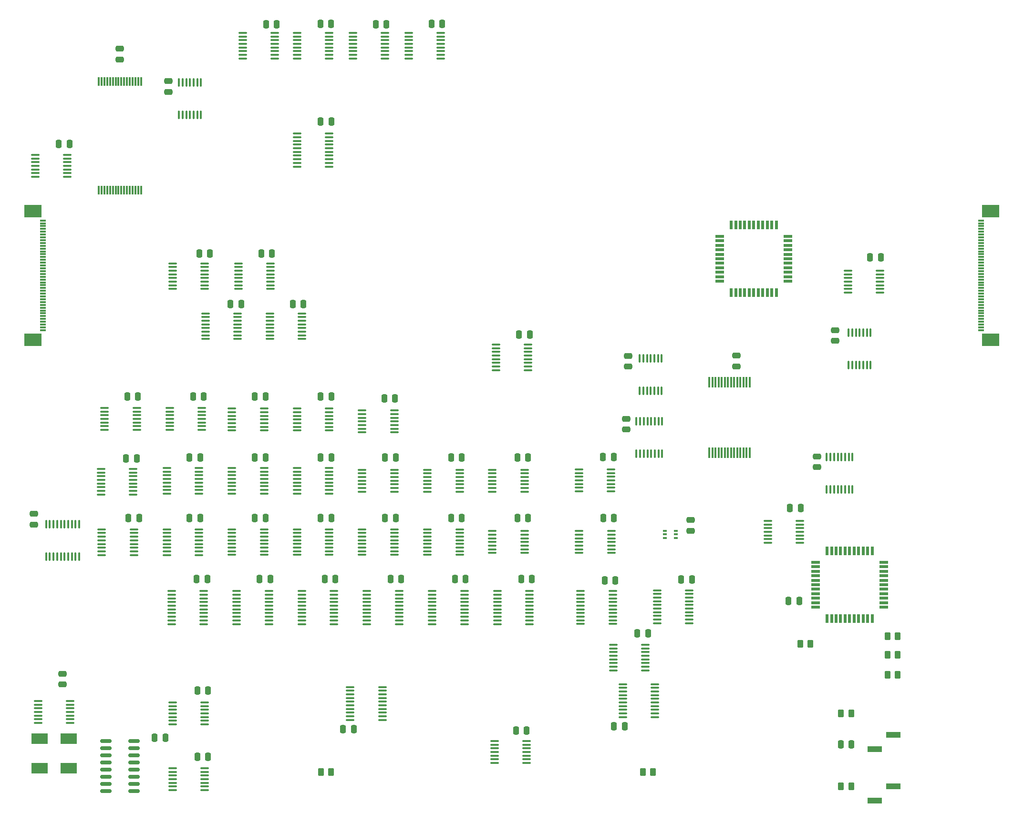
<source format=gbr>
%TF.GenerationSoftware,KiCad,Pcbnew,7.0.5*%
%TF.CreationDate,2023-08-21T23:54:45-04:00*%
%TF.ProjectId,LogicBoard_smt,4c6f6769-6342-46f6-9172-645f736d742e,rev?*%
%TF.SameCoordinates,Original*%
%TF.FileFunction,Paste,Top*%
%TF.FilePolarity,Positive*%
%FSLAX46Y46*%
G04 Gerber Fmt 4.6, Leading zero omitted, Abs format (unit mm)*
G04 Created by KiCad (PCBNEW 7.0.5) date 2023-08-21 23:54:45*
%MOMM*%
%LPD*%
G01*
G04 APERTURE LIST*
G04 Aperture macros list*
%AMRoundRect*
0 Rectangle with rounded corners*
0 $1 Rounding radius*
0 $2 $3 $4 $5 $6 $7 $8 $9 X,Y pos of 4 corners*
0 Add a 4 corners polygon primitive as box body*
4,1,4,$2,$3,$4,$5,$6,$7,$8,$9,$2,$3,0*
0 Add four circle primitives for the rounded corners*
1,1,$1+$1,$2,$3*
1,1,$1+$1,$4,$5*
1,1,$1+$1,$6,$7*
1,1,$1+$1,$8,$9*
0 Add four rect primitives between the rounded corners*
20,1,$1+$1,$2,$3,$4,$5,0*
20,1,$1+$1,$4,$5,$6,$7,0*
20,1,$1+$1,$6,$7,$8,$9,0*
20,1,$1+$1,$8,$9,$2,$3,0*%
G04 Aperture macros list end*
%ADD10RoundRect,0.250000X0.250000X0.475000X-0.250000X0.475000X-0.250000X-0.475000X0.250000X-0.475000X0*%
%ADD11RoundRect,0.100000X-0.637500X-0.100000X0.637500X-0.100000X0.637500X0.100000X-0.637500X0.100000X0*%
%ADD12R,1.100000X0.300000*%
%ADD13R,3.100000X2.300000*%
%ADD14RoundRect,0.250000X0.475000X-0.250000X0.475000X0.250000X-0.475000X0.250000X-0.475000X-0.250000X0*%
%ADD15RoundRect,0.250000X-0.262500X-0.450000X0.262500X-0.450000X0.262500X0.450000X-0.262500X0.450000X0*%
%ADD16R,0.520000X1.500000*%
%ADD17R,1.500000X0.520000*%
%ADD18RoundRect,0.100000X0.100000X-0.637500X0.100000X0.637500X-0.100000X0.637500X-0.100000X-0.637500X0*%
%ADD19RoundRect,0.250000X-0.475000X0.250000X-0.475000X-0.250000X0.475000X-0.250000X0.475000X0.250000X0*%
%ADD20RoundRect,0.100000X0.637500X0.100000X-0.637500X0.100000X-0.637500X-0.100000X0.637500X-0.100000X0*%
%ADD21RoundRect,0.250000X0.262500X0.450000X-0.262500X0.450000X-0.262500X-0.450000X0.262500X-0.450000X0*%
%ADD22R,0.380000X1.870000*%
%ADD23R,0.650000X0.400000*%
%ADD24RoundRect,0.250000X-0.250000X-0.475000X0.250000X-0.475000X0.250000X0.475000X-0.250000X0.475000X0*%
%ADD25RoundRect,0.150000X-0.825000X-0.150000X0.825000X-0.150000X0.825000X0.150000X-0.825000X0.150000X0*%
%ADD26R,2.510000X1.000000*%
%ADD27RoundRect,0.075000X-0.075000X0.712500X-0.075000X-0.712500X0.075000X-0.712500X0.075000X0.712500X0*%
%ADD28R,3.000000X1.980000*%
G04 APERTURE END LIST*
D10*
%TO.C,C37*%
X90490000Y-39370000D03*
X92390000Y-39370000D03*
%TD*%
D11*
%TO.C,GMUX2*%
X86291500Y-23633000D03*
X86291500Y-24283000D03*
X86291500Y-24933000D03*
X86291500Y-25583000D03*
X86291500Y-26233000D03*
X86291500Y-26883000D03*
X86291500Y-27533000D03*
X86291500Y-28183000D03*
X92016500Y-28183000D03*
X92016500Y-27533000D03*
X92016500Y-26883000D03*
X92016500Y-26233000D03*
X92016500Y-25583000D03*
X92016500Y-24933000D03*
X92016500Y-24283000D03*
X92016500Y-23633000D03*
%TD*%
D12*
%TO.C,TO_FRAMEBUFFER1*%
X41160000Y-56949300D03*
X41160000Y-57449300D03*
X41160000Y-57949300D03*
X41160000Y-58449300D03*
X41160000Y-58949300D03*
X41160000Y-59449300D03*
X41160000Y-59949300D03*
X41160000Y-60449300D03*
X41160000Y-60949300D03*
X41160000Y-61449300D03*
X41160000Y-61949300D03*
X41160000Y-62449300D03*
X41160000Y-62949300D03*
X41160000Y-63449300D03*
X41160000Y-63949300D03*
X41160000Y-64449300D03*
X41160000Y-64949300D03*
X41160000Y-65449300D03*
X41160000Y-65949300D03*
X41160000Y-66449300D03*
X41160000Y-66949300D03*
X41160000Y-67449300D03*
X41160000Y-67949300D03*
X41160000Y-68449300D03*
X41160000Y-68949300D03*
X41160000Y-69449300D03*
X41160000Y-69949300D03*
X41160000Y-70449300D03*
X41160000Y-70949300D03*
X41160000Y-71449300D03*
X41160000Y-71949300D03*
X41160000Y-72449300D03*
X41160000Y-72949300D03*
X41160000Y-73449300D03*
X41160000Y-73949300D03*
X41160000Y-74449300D03*
X41160000Y-74949300D03*
X41160000Y-75449300D03*
X41160000Y-75949300D03*
X41160000Y-76449300D03*
D13*
X39460000Y-55279300D03*
X39460000Y-78119300D03*
%TD*%
D14*
%TO.C,C36*%
X164338000Y-82878000D03*
X164338000Y-80978000D03*
%TD*%
D10*
%TO.C,C34*%
X127061000Y-147574000D03*
X125161000Y-147574000D03*
%TD*%
D14*
%TO.C,C1*%
X54864000Y-28360000D03*
X54864000Y-26460000D03*
%TD*%
D11*
%TO.C,VMUX2*%
X75885100Y-64575300D03*
X75885100Y-65225300D03*
X75885100Y-65875300D03*
X75885100Y-66525300D03*
X75885100Y-67175300D03*
X75885100Y-67825300D03*
X75885100Y-68475300D03*
X75885100Y-69125300D03*
X81610100Y-69125300D03*
X81610100Y-68475300D03*
X81610100Y-67825300D03*
X81610100Y-67175300D03*
X81610100Y-66525300D03*
X81610100Y-65875300D03*
X81610100Y-65225300D03*
X81610100Y-64575300D03*
%TD*%
D15*
%TO.C,R2*%
X182880000Y-144526000D03*
X184705000Y-144526000D03*
%TD*%
D10*
%TO.C,C60*%
X127315000Y-99060000D03*
X125415000Y-99060000D03*
%TD*%
D16*
%TO.C,U1*%
X183604000Y-127716000D03*
X182804000Y-127716000D03*
X182004000Y-127716000D03*
X181204000Y-127716000D03*
X180404000Y-127716000D03*
D17*
X178354000Y-125666000D03*
X190454000Y-121666000D03*
X178354000Y-124866000D03*
X178354000Y-123266000D03*
X178354000Y-122466000D03*
X178354000Y-121666000D03*
X178354000Y-120866000D03*
X178354000Y-120066000D03*
X178354000Y-119266000D03*
X178354000Y-118466000D03*
X178354000Y-117666000D03*
D16*
X180404000Y-115616000D03*
X181204000Y-115616000D03*
X182004000Y-115616000D03*
X182804000Y-115616000D03*
X183604000Y-115616000D03*
X184404000Y-115616000D03*
X184404000Y-127716000D03*
X185204000Y-115616000D03*
X186004000Y-115616000D03*
X186804000Y-115616000D03*
X187604000Y-115616000D03*
X188404000Y-115616000D03*
D17*
X190454000Y-117666000D03*
X190454000Y-118466000D03*
X190454000Y-119266000D03*
X190454000Y-120066000D03*
X190454000Y-120866000D03*
X190454000Y-122466000D03*
X190454000Y-123266000D03*
X178354000Y-124066000D03*
X190454000Y-124066000D03*
X190454000Y-124866000D03*
X190454000Y-125666000D03*
D16*
X188404000Y-127716000D03*
X187604000Y-127716000D03*
X186804000Y-127716000D03*
X186004000Y-127716000D03*
X185204000Y-127716000D03*
%TD*%
D11*
%TO.C,IC53*%
X142054500Y-101174000D03*
X142054500Y-101824000D03*
X142054500Y-102474000D03*
X142054500Y-103124000D03*
X142054500Y-103774000D03*
X142054500Y-104424000D03*
X142054500Y-105074000D03*
X136329500Y-105074000D03*
X136329500Y-104424000D03*
X136329500Y-103774000D03*
X136329500Y-103124000D03*
X136329500Y-102474000D03*
X136329500Y-101824000D03*
X136329500Y-101174000D03*
%TD*%
D10*
%TO.C,C47*%
X184742500Y-150012400D03*
X182842500Y-150012400D03*
%TD*%
D11*
%TO.C,BLIT_REG_SELECTOR0*%
X142425500Y-132345000D03*
X142425500Y-132995000D03*
X142425500Y-133645000D03*
X142425500Y-134295000D03*
X142425500Y-134945000D03*
X142425500Y-135595000D03*
X142425500Y-136245000D03*
X142425500Y-136895000D03*
X148150500Y-136895000D03*
X148150500Y-136245000D03*
X148150500Y-135595000D03*
X148150500Y-134945000D03*
X148150500Y-134295000D03*
X148150500Y-133645000D03*
X148150500Y-132995000D03*
X148150500Y-132345000D03*
%TD*%
D18*
%TO.C,WR_REG_DECODE0*%
X146569000Y-98366500D03*
X147219000Y-98366500D03*
X147869000Y-98366500D03*
X148519000Y-98366500D03*
X149169000Y-98366500D03*
X149819000Y-98366500D03*
X150469000Y-98366500D03*
X151119000Y-98366500D03*
X151119000Y-92641500D03*
X150469000Y-92641500D03*
X149819000Y-92641500D03*
X149169000Y-92641500D03*
X148519000Y-92641500D03*
X147869000Y-92641500D03*
X147219000Y-92641500D03*
X146569000Y-92641500D03*
%TD*%
D10*
%TO.C,C5*%
X80700700Y-99060000D03*
X78800700Y-99060000D03*
%TD*%
D19*
%TO.C,C43*%
X144764000Y-92186500D03*
X144764000Y-94086500D03*
%TD*%
D11*
%TO.C,U5*%
X86303600Y-90375000D03*
X86303600Y-91025000D03*
X86303600Y-91675000D03*
X86303600Y-92325000D03*
X86303600Y-92975000D03*
X86303600Y-93625000D03*
X86303600Y-94275000D03*
X92028600Y-94275000D03*
X92028600Y-93625000D03*
X92028600Y-92975000D03*
X92028600Y-92325000D03*
X92028600Y-91675000D03*
X92028600Y-91025000D03*
X92028600Y-90375000D03*
%TD*%
%TO.C,IC9*%
X120999600Y-112131700D03*
X120999600Y-112781700D03*
X120999600Y-113431700D03*
X120999600Y-114081700D03*
X120999600Y-114731700D03*
X120999600Y-115381700D03*
X120999600Y-116031700D03*
X126724600Y-116031700D03*
X126724600Y-115381700D03*
X126724600Y-114731700D03*
X126724600Y-114081700D03*
X126724600Y-113431700D03*
X126724600Y-112781700D03*
X126724600Y-112131700D03*
%TD*%
D18*
%TO.C,IC7*%
X184232000Y-82618500D03*
X184882000Y-82618500D03*
X185532000Y-82618500D03*
X186182000Y-82618500D03*
X186832000Y-82618500D03*
X187482000Y-82618500D03*
X188132000Y-82618500D03*
X188132000Y-76893500D03*
X187482000Y-76893500D03*
X186832000Y-76893500D03*
X186182000Y-76893500D03*
X185532000Y-76893500D03*
X184882000Y-76893500D03*
X184232000Y-76893500D03*
%TD*%
D11*
%TO.C,IC16*%
X46042500Y-142322000D03*
X46042500Y-142972000D03*
X46042500Y-143622000D03*
X46042500Y-144272000D03*
X46042500Y-144922000D03*
X46042500Y-145572000D03*
X46042500Y-146222000D03*
X40317500Y-146222000D03*
X40317500Y-145572000D03*
X40317500Y-144922000D03*
X40317500Y-144272000D03*
X40317500Y-143622000D03*
X40317500Y-142972000D03*
X40317500Y-142322000D03*
%TD*%
%TO.C,REG.VX0*%
X69749700Y-122805000D03*
X69749700Y-123455000D03*
X69749700Y-124105000D03*
X69749700Y-124755000D03*
X69749700Y-125405000D03*
X69749700Y-126055000D03*
X69749700Y-126705000D03*
X69749700Y-127355000D03*
X69749700Y-128005000D03*
X69749700Y-128655000D03*
X64024700Y-128655000D03*
X64024700Y-128005000D03*
X64024700Y-127355000D03*
X64024700Y-126705000D03*
X64024700Y-126055000D03*
X64024700Y-125405000D03*
X64024700Y-124755000D03*
X64024700Y-124105000D03*
X64024700Y-123455000D03*
X64024700Y-122805000D03*
%TD*%
%TO.C,IC21*%
X39809500Y-45294000D03*
X39809500Y-45944000D03*
X39809500Y-46594000D03*
X39809500Y-47244000D03*
X39809500Y-47894000D03*
X39809500Y-48544000D03*
X39809500Y-49194000D03*
X45534500Y-49194000D03*
X45534500Y-48544000D03*
X45534500Y-47894000D03*
X45534500Y-47244000D03*
X45534500Y-46594000D03*
X45534500Y-45944000D03*
X45534500Y-45294000D03*
%TD*%
%TO.C,REG.GX0*%
X87155400Y-122805000D03*
X87155400Y-123455000D03*
X87155400Y-124105000D03*
X87155400Y-124755000D03*
X87155400Y-125405000D03*
X87155400Y-126055000D03*
X87155400Y-126705000D03*
X87155400Y-127355000D03*
X87155400Y-128005000D03*
X87155400Y-128655000D03*
X92880400Y-128655000D03*
X92880400Y-128005000D03*
X92880400Y-127355000D03*
X92880400Y-126705000D03*
X92880400Y-126055000D03*
X92880400Y-125405000D03*
X92880400Y-124755000D03*
X92880400Y-124105000D03*
X92880400Y-123455000D03*
X92880400Y-122805000D03*
%TD*%
D18*
%TO.C,IC20*%
X65360000Y-38168500D03*
X66010000Y-38168500D03*
X66660000Y-38168500D03*
X67310000Y-38168500D03*
X67960000Y-38168500D03*
X68610000Y-38168500D03*
X69260000Y-38168500D03*
X69260000Y-32443500D03*
X68610000Y-32443500D03*
X67960000Y-32443500D03*
X67310000Y-32443500D03*
X66660000Y-32443500D03*
X66010000Y-32443500D03*
X65360000Y-32443500D03*
%TD*%
D10*
%TO.C,C15*%
X92390000Y-99060000D03*
X90490000Y-99060000D03*
%TD*%
D14*
%TO.C,C35*%
X44704000Y-137480000D03*
X44704000Y-139380000D03*
%TD*%
D10*
%TO.C,C12*%
X189939000Y-63488000D03*
X188039000Y-63488000D03*
%TD*%
%TO.C,C45*%
X148605500Y-130270000D03*
X146705500Y-130270000D03*
%TD*%
D11*
%TO.C,VXL0*%
X51607500Y-111830000D03*
X51607500Y-112480000D03*
X51607500Y-113130000D03*
X51607500Y-113780000D03*
X51607500Y-114430000D03*
X51607500Y-115080000D03*
X51607500Y-115730000D03*
X51607500Y-116380000D03*
X57332500Y-116380000D03*
X57332500Y-115730000D03*
X57332500Y-115080000D03*
X57332500Y-114430000D03*
X57332500Y-113780000D03*
X57332500Y-113130000D03*
X57332500Y-112480000D03*
X57332500Y-111830000D03*
%TD*%
%TO.C,BANKMUX0*%
X121597500Y-79005000D03*
X121597500Y-79655000D03*
X121597500Y-80305000D03*
X121597500Y-80955000D03*
X121597500Y-81605000D03*
X121597500Y-82255000D03*
X121597500Y-82905000D03*
X121597500Y-83555000D03*
X127322500Y-83555000D03*
X127322500Y-82905000D03*
X127322500Y-82255000D03*
X127322500Y-81605000D03*
X127322500Y-80955000D03*
X127322500Y-80305000D03*
X127322500Y-79655000D03*
X127322500Y-79005000D03*
%TD*%
D10*
%TO.C,C53*%
X116237200Y-120650000D03*
X114337200Y-120650000D03*
%TD*%
D11*
%TO.C,IC12*%
X169857500Y-110318000D03*
X169857500Y-110968000D03*
X169857500Y-111618000D03*
X169857500Y-112268000D03*
X169857500Y-112918000D03*
X169857500Y-113568000D03*
X169857500Y-114218000D03*
X175582500Y-114218000D03*
X175582500Y-113568000D03*
X175582500Y-112918000D03*
X175582500Y-112268000D03*
X175582500Y-111618000D03*
X175582500Y-110968000D03*
X175582500Y-110318000D03*
%TD*%
D20*
%TO.C,PAD2REG0*%
X149870600Y-145177000D03*
X149870600Y-144527000D03*
X149870600Y-143877000D03*
X149870600Y-143227000D03*
X149870600Y-142577000D03*
X149870600Y-141927000D03*
X149870600Y-141277000D03*
X149870600Y-140627000D03*
X149870600Y-139977000D03*
X149870600Y-139327000D03*
X144145600Y-139327000D03*
X144145600Y-139977000D03*
X144145600Y-140627000D03*
X144145600Y-141277000D03*
X144145600Y-141927000D03*
X144145600Y-142577000D03*
X144145600Y-143227000D03*
X144145600Y-143877000D03*
X144145600Y-144527000D03*
X144145600Y-145177000D03*
%TD*%
D11*
%TO.C,IC1*%
X97868900Y-101233300D03*
X97868900Y-101883300D03*
X97868900Y-102533300D03*
X97868900Y-103183300D03*
X97868900Y-103833300D03*
X97868900Y-104483300D03*
X97868900Y-105133300D03*
X103593900Y-105133300D03*
X103593900Y-104483300D03*
X103593900Y-103833300D03*
X103593900Y-103183300D03*
X103593900Y-102533300D03*
X103593900Y-101883300D03*
X103593900Y-101233300D03*
%TD*%
D10*
%TO.C,C63*%
X70377200Y-120650000D03*
X68477200Y-120650000D03*
%TD*%
%TO.C,C42*%
X156411000Y-120703700D03*
X154511000Y-120703700D03*
%TD*%
D11*
%TO.C,IC3*%
X150231000Y-122652000D03*
X150231000Y-123302000D03*
X150231000Y-123952000D03*
X150231000Y-124602000D03*
X150231000Y-125252000D03*
X150231000Y-125902000D03*
X150231000Y-126552000D03*
X150231000Y-127202000D03*
X150231000Y-127852000D03*
X150231000Y-128502000D03*
X155956000Y-128502000D03*
X155956000Y-127852000D03*
X155956000Y-127202000D03*
X155956000Y-126552000D03*
X155956000Y-125902000D03*
X155956000Y-125252000D03*
X155956000Y-124602000D03*
X155956000Y-123952000D03*
X155956000Y-123302000D03*
X155956000Y-122652000D03*
%TD*%
D17*
%TO.C,U2*%
X161336000Y-63754000D03*
X161336000Y-64554000D03*
X161336000Y-65354000D03*
X161336000Y-66154000D03*
X161336000Y-66954000D03*
X161336000Y-67754000D03*
D16*
X163386000Y-69804000D03*
X164186000Y-69804000D03*
X164986000Y-69804000D03*
X165786000Y-69804000D03*
X167386000Y-69804000D03*
X168186000Y-69804000D03*
X168986000Y-69804000D03*
X169786000Y-69804000D03*
X170586000Y-69804000D03*
X171386000Y-69804000D03*
D17*
X173436000Y-67754000D03*
X173436000Y-66954000D03*
X173436000Y-66154000D03*
X173436000Y-65354000D03*
X173436000Y-63754000D03*
X173436000Y-62954000D03*
X173436000Y-62154000D03*
X173436000Y-61354000D03*
X173436000Y-60554000D03*
X173436000Y-59754000D03*
D16*
X171386000Y-57704000D03*
X170586000Y-57704000D03*
X169786000Y-57704000D03*
X168986000Y-57704000D03*
X167386000Y-57704000D03*
X166586000Y-57704000D03*
X165786000Y-57704000D03*
X164986000Y-57704000D03*
X163386000Y-57704000D03*
D17*
X161336000Y-59754000D03*
X161336000Y-60554000D03*
X161336000Y-61354000D03*
X161336000Y-62154000D03*
X161336000Y-62954000D03*
D16*
X166586000Y-69804000D03*
D17*
X173436000Y-64554000D03*
D16*
X168186000Y-57704000D03*
X164186000Y-57704000D03*
%TD*%
D10*
%TO.C,C16*%
X92390000Y-88265000D03*
X90490000Y-88265000D03*
%TD*%
D11*
%TO.C,IC31*%
X120999600Y-101233300D03*
X120999600Y-101883300D03*
X120999600Y-102533300D03*
X120999600Y-103183300D03*
X120999600Y-103833300D03*
X120999600Y-104483300D03*
X120999600Y-105133300D03*
X126724600Y-105133300D03*
X126724600Y-104483300D03*
X126724600Y-103833300D03*
X126724600Y-103183300D03*
X126724600Y-102533300D03*
X126724600Y-101883300D03*
X126724600Y-101233300D03*
%TD*%
D21*
%TO.C,R4*%
X192936500Y-134112000D03*
X191111500Y-134112000D03*
%TD*%
D11*
%TO.C,SEQGEN_XOR0*%
X69918500Y-154260000D03*
X69918500Y-154910000D03*
X69918500Y-155560000D03*
X69918500Y-156210000D03*
X69918500Y-156860000D03*
X69918500Y-157510000D03*
X69918500Y-158160000D03*
X64193500Y-158160000D03*
X64193500Y-157510000D03*
X64193500Y-156860000D03*
X64193500Y-156210000D03*
X64193500Y-155560000D03*
X64193500Y-154910000D03*
X64193500Y-154260000D03*
%TD*%
D10*
%TO.C,C14*%
X92390000Y-109855000D03*
X90490000Y-109855000D03*
%TD*%
D11*
%TO.C,GYL0*%
X86303600Y-111826700D03*
X86303600Y-112476700D03*
X86303600Y-113126700D03*
X86303600Y-113776700D03*
X86303600Y-114426700D03*
X86303600Y-115076700D03*
X86303600Y-115726700D03*
X86303600Y-116376700D03*
X92028600Y-116376700D03*
X92028600Y-115726700D03*
X92028600Y-115076700D03*
X92028600Y-114426700D03*
X92028600Y-113776700D03*
X92028600Y-113126700D03*
X92028600Y-112476700D03*
X92028600Y-111826700D03*
%TD*%
D10*
%TO.C,C17*%
X67871900Y-88205300D03*
X69771900Y-88205300D03*
%TD*%
D11*
%TO.C,GMUX3*%
X76639500Y-23633000D03*
X76639500Y-24283000D03*
X76639500Y-24933000D03*
X76639500Y-25583000D03*
X76639500Y-26233000D03*
X76639500Y-26883000D03*
X76639500Y-27533000D03*
X76639500Y-28183000D03*
X82364500Y-28183000D03*
X82364500Y-27533000D03*
X82364500Y-26883000D03*
X82364500Y-26233000D03*
X82364500Y-25583000D03*
X82364500Y-24933000D03*
X82364500Y-24283000D03*
X82364500Y-23633000D03*
%TD*%
D10*
%TO.C,C54*%
X103820000Y-109855000D03*
X101920000Y-109855000D03*
%TD*%
D11*
%TO.C,VYH0*%
X63172900Y-100935000D03*
X63172900Y-101585000D03*
X63172900Y-102235000D03*
X63172900Y-102885000D03*
X63172900Y-103535000D03*
X63172900Y-104185000D03*
X63172900Y-104835000D03*
X63172900Y-105485000D03*
X68897900Y-105485000D03*
X68897900Y-104835000D03*
X68897900Y-104185000D03*
X68897900Y-103535000D03*
X68897900Y-102885000D03*
X68897900Y-102235000D03*
X68897900Y-101585000D03*
X68897900Y-100935000D03*
%TD*%
D22*
%TO.C,U$5*%
X162793000Y-85678000D03*
X162243000Y-85678000D03*
X161693000Y-85678000D03*
X161143000Y-85678000D03*
X160593000Y-85678000D03*
X160043000Y-85678000D03*
X159493000Y-85678000D03*
X159493000Y-98218000D03*
X160043000Y-98218000D03*
X160593000Y-98218000D03*
X161143000Y-98218000D03*
X161693000Y-98218000D03*
X162243000Y-98218000D03*
X162793000Y-98218000D03*
X163343000Y-98218000D03*
X163893000Y-98218000D03*
X164443000Y-98218000D03*
X164993000Y-98218000D03*
X165543000Y-98218000D03*
X166093000Y-98218000D03*
X166643000Y-98218000D03*
X166643000Y-85678000D03*
X166093000Y-85678000D03*
X165543000Y-85678000D03*
X164993000Y-85678000D03*
X164443000Y-85678000D03*
X163893000Y-85678000D03*
X163343000Y-85678000D03*
%TD*%
D23*
%TO.C,U7*%
X151630000Y-112081700D03*
X151630000Y-112731700D03*
X151630000Y-113381700D03*
X153530000Y-113381700D03*
X153530000Y-112731700D03*
X153530000Y-112081700D03*
%TD*%
D18*
%TO.C,IC32*%
X147148000Y-87190500D03*
X147798000Y-87190500D03*
X148448000Y-87190500D03*
X149098000Y-87190500D03*
X149748000Y-87190500D03*
X150398000Y-87190500D03*
X151048000Y-87190500D03*
X151048000Y-81465500D03*
X150398000Y-81465500D03*
X149748000Y-81465500D03*
X149098000Y-81465500D03*
X148448000Y-81465500D03*
X147798000Y-81465500D03*
X147148000Y-81465500D03*
%TD*%
D11*
%TO.C,GMUX0*%
X111828500Y-23633000D03*
X111828500Y-24283000D03*
X111828500Y-24933000D03*
X111828500Y-25583000D03*
X111828500Y-26233000D03*
X111828500Y-26883000D03*
X111828500Y-27533000D03*
X111828500Y-28183000D03*
X106103500Y-28183000D03*
X106103500Y-27533000D03*
X106103500Y-26883000D03*
X106103500Y-26233000D03*
X106103500Y-25583000D03*
X106103500Y-24933000D03*
X106103500Y-24283000D03*
X106103500Y-23633000D03*
%TD*%
D24*
%TO.C,C33*%
X142560000Y-146812000D03*
X144460000Y-146812000D03*
%TD*%
D19*
%TO.C,C2*%
X181852000Y-76438500D03*
X181852000Y-78338500D03*
%TD*%
D15*
%TO.C,R6*%
X147677500Y-154940000D03*
X149502500Y-154940000D03*
%TD*%
D14*
%TO.C,C11*%
X156210000Y-112075000D03*
X156210000Y-110175000D03*
%TD*%
D11*
%TO.C,U4*%
X57845100Y-90252000D03*
X57845100Y-90902000D03*
X57845100Y-91552000D03*
X57845100Y-92202000D03*
X57845100Y-92852000D03*
X57845100Y-93502000D03*
X57845100Y-94152000D03*
X52120100Y-94152000D03*
X52120100Y-93502000D03*
X52120100Y-92852000D03*
X52120100Y-92202000D03*
X52120100Y-91552000D03*
X52120100Y-90902000D03*
X52120100Y-90252000D03*
%TD*%
%TO.C,CTR.W0*%
X97868900Y-111826700D03*
X97868900Y-112476700D03*
X97868900Y-113126700D03*
X97868900Y-113776700D03*
X97868900Y-114426700D03*
X97868900Y-115076700D03*
X97868900Y-115726700D03*
X97868900Y-116376700D03*
X103593900Y-116376700D03*
X103593900Y-115726700D03*
X103593900Y-115076700D03*
X103593900Y-114426700D03*
X103593900Y-113776700D03*
X103593900Y-113126700D03*
X103593900Y-112476700D03*
X103593900Y-111826700D03*
%TD*%
D25*
%TO.C,U$6*%
X52389000Y-149479000D03*
X52389000Y-150749000D03*
X52389000Y-152019000D03*
X52389000Y-153289000D03*
X52389000Y-154559000D03*
X52389000Y-155829000D03*
X52389000Y-157099000D03*
X52389000Y-158369000D03*
X57339000Y-158369000D03*
X57339000Y-157099000D03*
X57339000Y-155829000D03*
X57339000Y-154559000D03*
X57339000Y-153289000D03*
X57339000Y-152019000D03*
X57339000Y-150749000D03*
X57339000Y-149479000D03*
%TD*%
D11*
%TO.C,REG.FLAGS0*%
X136629000Y-122789000D03*
X136629000Y-123439000D03*
X136629000Y-124089000D03*
X136629000Y-124739000D03*
X136629000Y-125389000D03*
X136629000Y-126039000D03*
X136629000Y-126689000D03*
X136629000Y-127339000D03*
X136629000Y-127989000D03*
X136629000Y-128639000D03*
X142354000Y-128639000D03*
X142354000Y-127989000D03*
X142354000Y-127339000D03*
X142354000Y-126689000D03*
X142354000Y-126039000D03*
X142354000Y-125389000D03*
X142354000Y-124739000D03*
X142354000Y-124089000D03*
X142354000Y-123439000D03*
X142354000Y-122789000D03*
%TD*%
%TO.C,REG.GY0*%
X98720800Y-122805000D03*
X98720800Y-123455000D03*
X98720800Y-124105000D03*
X98720800Y-124755000D03*
X98720800Y-125405000D03*
X98720800Y-126055000D03*
X98720800Y-126705000D03*
X98720800Y-127355000D03*
X98720800Y-128005000D03*
X98720800Y-128655000D03*
X104445800Y-128655000D03*
X104445800Y-128005000D03*
X104445800Y-127355000D03*
X104445800Y-126705000D03*
X104445800Y-126055000D03*
X104445800Y-125405000D03*
X104445800Y-124755000D03*
X104445800Y-124105000D03*
X104445800Y-123455000D03*
X104445800Y-122805000D03*
%TD*%
D10*
%TO.C,C21*%
X127987200Y-120650000D03*
X126087200Y-120650000D03*
%TD*%
%TO.C,C52*%
X127630000Y-77205000D03*
X125730000Y-77205000D03*
%TD*%
D11*
%TO.C,REG.VY0*%
X75590100Y-122805000D03*
X75590100Y-123455000D03*
X75590100Y-124105000D03*
X75590100Y-124755000D03*
X75590100Y-125405000D03*
X75590100Y-126055000D03*
X75590100Y-126705000D03*
X75590100Y-127355000D03*
X75590100Y-128005000D03*
X75590100Y-128655000D03*
X81315100Y-128655000D03*
X81315100Y-128005000D03*
X81315100Y-127355000D03*
X81315100Y-126705000D03*
X81315100Y-126055000D03*
X81315100Y-125405000D03*
X81315100Y-124755000D03*
X81315100Y-124105000D03*
X81315100Y-123455000D03*
X81315100Y-122805000D03*
%TD*%
D10*
%TO.C,C22*%
X115570000Y-109855000D03*
X113670000Y-109855000D03*
%TD*%
%TO.C,C38*%
X175448000Y-124506000D03*
X173548000Y-124506000D03*
%TD*%
D19*
%TO.C,C51*%
X63500000Y-32206000D03*
X63500000Y-34106000D03*
%TD*%
D11*
%TO.C,GXH0*%
X74738200Y-100928300D03*
X74738200Y-101578300D03*
X74738200Y-102228300D03*
X74738200Y-102878300D03*
X74738200Y-103528300D03*
X74738200Y-104178300D03*
X74738200Y-104828300D03*
X74738200Y-105478300D03*
X80463200Y-105478300D03*
X80463200Y-104828300D03*
X80463200Y-104178300D03*
X80463200Y-103528300D03*
X80463200Y-102878300D03*
X80463200Y-102228300D03*
X80463200Y-101578300D03*
X80463200Y-100928300D03*
%TD*%
D26*
%TO.C,RESET_SW_HDR0*%
X188845000Y-150876000D03*
X192155000Y-148336000D03*
%TD*%
D10*
%TO.C,C6*%
X80700700Y-88265000D03*
X78800700Y-88265000D03*
%TD*%
%TO.C,C26*%
X69135400Y-109855000D03*
X67235400Y-109855000D03*
%TD*%
D11*
%TO.C,IC4*%
X184081500Y-65868000D03*
X184081500Y-66518000D03*
X184081500Y-67168000D03*
X184081500Y-67818000D03*
X184081500Y-68468000D03*
X184081500Y-69118000D03*
X184081500Y-69768000D03*
X189806500Y-69768000D03*
X189806500Y-69118000D03*
X189806500Y-68468000D03*
X189806500Y-67818000D03*
X189806500Y-67168000D03*
X189806500Y-66518000D03*
X189806500Y-65868000D03*
%TD*%
D27*
%TO.C,U$4*%
X54614000Y-32222500D03*
X54114000Y-32222500D03*
X53614000Y-32222500D03*
X53114000Y-32222500D03*
X52614000Y-32222500D03*
X52114000Y-32222500D03*
X51614000Y-32222500D03*
X51114000Y-32222500D03*
X51114000Y-51597500D03*
X51614000Y-51597500D03*
X52114000Y-51597500D03*
X52614000Y-51597500D03*
X53114000Y-51597500D03*
X53614000Y-51597500D03*
X54114000Y-51597500D03*
X54614000Y-51597500D03*
X55114000Y-51597500D03*
X55614000Y-51597500D03*
X56114000Y-51597500D03*
X56614000Y-51597500D03*
X57114000Y-51597500D03*
X57614000Y-51597500D03*
X58114000Y-51597500D03*
X58614000Y-51597500D03*
X58614000Y-32222500D03*
X58114000Y-32222500D03*
X57614000Y-32222500D03*
X57114000Y-32222500D03*
X56614000Y-32222500D03*
X56114000Y-32222500D03*
X55614000Y-32222500D03*
X55114000Y-32222500D03*
%TD*%
D11*
%TO.C,CTR.H0*%
X109434300Y-111826700D03*
X109434300Y-112476700D03*
X109434300Y-113126700D03*
X109434300Y-113776700D03*
X109434300Y-114426700D03*
X109434300Y-115076700D03*
X109434300Y-115726700D03*
X109434300Y-116376700D03*
X115159300Y-116376700D03*
X115159300Y-115726700D03*
X115159300Y-115076700D03*
X115159300Y-114426700D03*
X115159300Y-113776700D03*
X115159300Y-113126700D03*
X115159300Y-112476700D03*
X115159300Y-111826700D03*
%TD*%
%TO.C,VXH0*%
X51493500Y-101103000D03*
X51493500Y-101753000D03*
X51493500Y-102403000D03*
X51493500Y-103053000D03*
X51493500Y-103703000D03*
X51493500Y-104353000D03*
X51493500Y-105003000D03*
X51493500Y-105653000D03*
X57218500Y-105653000D03*
X57218500Y-105003000D03*
X57218500Y-104353000D03*
X57218500Y-103703000D03*
X57218500Y-103053000D03*
X57218500Y-102403000D03*
X57218500Y-101753000D03*
X57218500Y-101103000D03*
%TD*%
%TO.C,GYH0*%
X86303600Y-100928300D03*
X86303600Y-101578300D03*
X86303600Y-102228300D03*
X86303600Y-102878300D03*
X86303600Y-103528300D03*
X86303600Y-104178300D03*
X86303600Y-104828300D03*
X86303600Y-105478300D03*
X92028600Y-105478300D03*
X92028600Y-104828300D03*
X92028600Y-104178300D03*
X92028600Y-103528300D03*
X92028600Y-102878300D03*
X92028600Y-102228300D03*
X92028600Y-101578300D03*
X92028600Y-100928300D03*
%TD*%
%TO.C,REG.W0*%
X110286100Y-122805000D03*
X110286100Y-123455000D03*
X110286100Y-124105000D03*
X110286100Y-124755000D03*
X110286100Y-125405000D03*
X110286100Y-126055000D03*
X110286100Y-126705000D03*
X110286100Y-127355000D03*
X110286100Y-128005000D03*
X110286100Y-128655000D03*
X116011100Y-128655000D03*
X116011100Y-128005000D03*
X116011100Y-127355000D03*
X116011100Y-126705000D03*
X116011100Y-126055000D03*
X116011100Y-125405000D03*
X116011100Y-124755000D03*
X116011100Y-124105000D03*
X116011100Y-123455000D03*
X116011100Y-122805000D03*
%TD*%
D10*
%TO.C,C8*%
X112066000Y-21994700D03*
X110166000Y-21994700D03*
%TD*%
%TO.C,C13*%
X104807200Y-120650000D03*
X102907200Y-120650000D03*
%TD*%
%TO.C,C29*%
X85535600Y-71790300D03*
X87435600Y-71790300D03*
%TD*%
%TO.C,C23*%
X115570000Y-99060000D03*
X113670000Y-99060000D03*
%TD*%
D19*
%TO.C,C44*%
X178609300Y-98859000D03*
X178609300Y-100759000D03*
%TD*%
D11*
%TO.C,GAMEPAD_SELECTOR0*%
X121343500Y-149434000D03*
X121343500Y-150084000D03*
X121343500Y-150734000D03*
X121343500Y-151384000D03*
X121343500Y-152034000D03*
X121343500Y-152684000D03*
X121343500Y-153334000D03*
X127068500Y-153334000D03*
X127068500Y-152684000D03*
X127068500Y-152034000D03*
X127068500Y-151384000D03*
X127068500Y-150734000D03*
X127068500Y-150084000D03*
X127068500Y-149434000D03*
%TD*%
D10*
%TO.C,C31*%
X175715000Y-108041300D03*
X173815000Y-108041300D03*
%TD*%
%TO.C,C27*%
X69135400Y-99060000D03*
X67235400Y-99060000D03*
%TD*%
%TO.C,C59*%
X127315000Y-109855000D03*
X125415000Y-109855000D03*
%TD*%
D21*
%TO.C,R3*%
X192936500Y-130810000D03*
X191111500Y-130810000D03*
%TD*%
D26*
%TO.C,LED1*%
X188845000Y-160020000D03*
X192155000Y-157480000D03*
%TD*%
D10*
%TO.C,C9*%
X102160000Y-22098000D03*
X100260000Y-22098000D03*
%TD*%
%TO.C,C41*%
X76395600Y-71790300D03*
X74495600Y-71790300D03*
%TD*%
%TO.C,C28*%
X81847600Y-62800300D03*
X79947600Y-62800300D03*
%TD*%
D11*
%TO.C,VYL0*%
X63172900Y-111830000D03*
X63172900Y-112480000D03*
X63172900Y-113130000D03*
X63172900Y-113780000D03*
X63172900Y-114430000D03*
X63172900Y-115080000D03*
X63172900Y-115730000D03*
X63172900Y-116380000D03*
X68897900Y-116380000D03*
X68897900Y-115730000D03*
X68897900Y-115080000D03*
X68897900Y-114430000D03*
X68897900Y-113780000D03*
X68897900Y-113130000D03*
X68897900Y-112480000D03*
X68897900Y-111830000D03*
%TD*%
D24*
%TO.C,C39*%
X61039000Y-148844000D03*
X62939000Y-148844000D03*
%TD*%
D11*
%TO.C,GMUX1*%
X96197500Y-23633000D03*
X96197500Y-24283000D03*
X96197500Y-24933000D03*
X96197500Y-25583000D03*
X96197500Y-26233000D03*
X96197500Y-26883000D03*
X96197500Y-27533000D03*
X96197500Y-28183000D03*
X101922500Y-28183000D03*
X101922500Y-27533000D03*
X101922500Y-26883000D03*
X101922500Y-26233000D03*
X101922500Y-25583000D03*
X101922500Y-24933000D03*
X101922500Y-24283000D03*
X101922500Y-23633000D03*
%TD*%
D15*
%TO.C,R16*%
X182880000Y-157480000D03*
X184705000Y-157480000D03*
%TD*%
D11*
%TO.C,GXL0*%
X74738200Y-111826700D03*
X74738200Y-112476700D03*
X74738200Y-113126700D03*
X74738200Y-113776700D03*
X74738200Y-114426700D03*
X74738200Y-115076700D03*
X74738200Y-115726700D03*
X74738200Y-116376700D03*
X80463200Y-116376700D03*
X80463200Y-115726700D03*
X80463200Y-115076700D03*
X80463200Y-114426700D03*
X80463200Y-113776700D03*
X80463200Y-113126700D03*
X80463200Y-112476700D03*
X80463200Y-111826700D03*
%TD*%
D10*
%TO.C,C10*%
X58280000Y-109855000D03*
X56380000Y-109855000D03*
%TD*%
D11*
%TO.C,REG.H0*%
X121851500Y-122805000D03*
X121851500Y-123455000D03*
X121851500Y-124105000D03*
X121851500Y-124755000D03*
X121851500Y-125405000D03*
X121851500Y-126055000D03*
X121851500Y-126705000D03*
X121851500Y-127355000D03*
X121851500Y-128005000D03*
X121851500Y-128655000D03*
X127576500Y-128655000D03*
X127576500Y-128005000D03*
X127576500Y-127355000D03*
X127576500Y-126705000D03*
X127576500Y-126055000D03*
X127576500Y-125405000D03*
X127576500Y-124755000D03*
X127576500Y-124105000D03*
X127576500Y-123455000D03*
X127576500Y-122805000D03*
%TD*%
D10*
%TO.C,C49*%
X142809000Y-120904000D03*
X140909000Y-120904000D03*
%TD*%
D11*
%TO.C,VMUX3*%
X87198100Y-73465300D03*
X87198100Y-74115300D03*
X87198100Y-74765300D03*
X87198100Y-75415300D03*
X87198100Y-76065300D03*
X87198100Y-76715300D03*
X87198100Y-77365300D03*
X87198100Y-78015300D03*
X81473100Y-78015300D03*
X81473100Y-77365300D03*
X81473100Y-76715300D03*
X81473100Y-76065300D03*
X81473100Y-75415300D03*
X81473100Y-74765300D03*
X81473100Y-74115300D03*
X81473100Y-73465300D03*
%TD*%
D10*
%TO.C,C46*%
X142555000Y-109855000D03*
X140655000Y-109855000D03*
%TD*%
D11*
%TO.C,VMUX1*%
X70043100Y-73465300D03*
X70043100Y-74115300D03*
X70043100Y-74765300D03*
X70043100Y-75415300D03*
X70043100Y-76065300D03*
X70043100Y-76715300D03*
X70043100Y-77365300D03*
X70043100Y-78015300D03*
X75768100Y-78015300D03*
X75768100Y-77365300D03*
X75768100Y-76715300D03*
X75768100Y-76065300D03*
X75768100Y-75415300D03*
X75768100Y-74765300D03*
X75768100Y-74115300D03*
X75768100Y-73465300D03*
%TD*%
D18*
%TO.C,REG.COLOR0*%
X41779000Y-110929500D03*
X42429000Y-110929500D03*
X43079000Y-110929500D03*
X43729000Y-110929500D03*
X44379000Y-110929500D03*
X45029000Y-110929500D03*
X45679000Y-110929500D03*
X46329000Y-110929500D03*
X46979000Y-110929500D03*
X47629000Y-110929500D03*
X47629000Y-116654500D03*
X46979000Y-116654500D03*
X46329000Y-116654500D03*
X45679000Y-116654500D03*
X45029000Y-116654500D03*
X44379000Y-116654500D03*
X43729000Y-116654500D03*
X43079000Y-116654500D03*
X42429000Y-116654500D03*
X41779000Y-116654500D03*
%TD*%
D21*
%TO.C,R5*%
X175617500Y-132126000D03*
X177442500Y-132126000D03*
%TD*%
D11*
%TO.C,IC5*%
X109434300Y-101233300D03*
X109434300Y-101883300D03*
X109434300Y-102533300D03*
X109434300Y-103183300D03*
X109434300Y-103833300D03*
X109434300Y-104483300D03*
X109434300Y-105133300D03*
X115159300Y-105133300D03*
X115159300Y-104483300D03*
X115159300Y-103833300D03*
X115159300Y-103183300D03*
X115159300Y-102533300D03*
X115159300Y-101883300D03*
X115159300Y-101233300D03*
%TD*%
D19*
%TO.C,C50*%
X145101300Y-81010500D03*
X145101300Y-82910500D03*
%TD*%
D12*
%TO.C,TO_AUDIO_PROCESSOR1*%
X207760000Y-76449300D03*
X207760000Y-75949300D03*
X207760000Y-75449300D03*
X207760000Y-74949300D03*
X207760000Y-74449300D03*
X207760000Y-73949300D03*
X207760000Y-73449300D03*
X207760000Y-72949300D03*
X207760000Y-72449300D03*
X207760000Y-71949300D03*
X207760000Y-71449300D03*
X207760000Y-70949300D03*
X207760000Y-70449300D03*
X207760000Y-69949300D03*
X207760000Y-69449300D03*
X207760000Y-68949300D03*
X207760000Y-68449300D03*
X207760000Y-67949300D03*
X207760000Y-67449300D03*
X207760000Y-66949300D03*
X207760000Y-66449300D03*
X207760000Y-65949300D03*
X207760000Y-65449300D03*
X207760000Y-64949300D03*
X207760000Y-64449300D03*
X207760000Y-63949300D03*
X207760000Y-63449300D03*
X207760000Y-62949300D03*
X207760000Y-62449300D03*
X207760000Y-61949300D03*
X207760000Y-61449300D03*
X207760000Y-60949300D03*
X207760000Y-60449300D03*
X207760000Y-59949300D03*
X207760000Y-59449300D03*
X207760000Y-58949300D03*
X207760000Y-58449300D03*
X207760000Y-57949300D03*
X207760000Y-57449300D03*
X207760000Y-56949300D03*
D13*
X209460000Y-78119300D03*
X209460000Y-55279300D03*
%TD*%
D11*
%TO.C,IC18*%
X97856900Y-90696300D03*
X97856900Y-91346300D03*
X97856900Y-91996300D03*
X97856900Y-92646300D03*
X97856900Y-93296300D03*
X97856900Y-93946300D03*
X97856900Y-94596300D03*
X103581900Y-94596300D03*
X103581900Y-93946300D03*
X103581900Y-93296300D03*
X103581900Y-92646300D03*
X103581900Y-91996300D03*
X103581900Y-91346300D03*
X103581900Y-90696300D03*
%TD*%
D10*
%TO.C,C30*%
X68973600Y-62800300D03*
X70873600Y-62800300D03*
%TD*%
%TO.C,C7*%
X56182600Y-88205300D03*
X58082600Y-88205300D03*
%TD*%
%TO.C,C61*%
X70508900Y-140466000D03*
X68608900Y-140466000D03*
%TD*%
D28*
%TO.C,U$2*%
X40580000Y-149008000D03*
X40580000Y-154268000D03*
X45780000Y-154268000D03*
X45780000Y-149008000D03*
%TD*%
D10*
%TO.C,C4*%
X80700700Y-109855000D03*
X78800700Y-109855000D03*
%TD*%
%TO.C,C62*%
X68608900Y-152213300D03*
X70508900Y-152213300D03*
%TD*%
%TO.C,C55*%
X103820000Y-99060000D03*
X101920000Y-99060000D03*
%TD*%
D15*
%TO.C,R1*%
X192936500Y-137668000D03*
X191111500Y-137668000D03*
%TD*%
D10*
%TO.C,C19*%
X82725900Y-22098000D03*
X80825900Y-22098000D03*
%TD*%
D11*
%TO.C,CLK.SEQ0*%
X64193500Y-142576000D03*
X64193500Y-143226000D03*
X64193500Y-143876000D03*
X64193500Y-144526000D03*
X64193500Y-145176000D03*
X64193500Y-145826000D03*
X64193500Y-146476000D03*
X69918500Y-146476000D03*
X69918500Y-145826000D03*
X69918500Y-145176000D03*
X69918500Y-144526000D03*
X69918500Y-143876000D03*
X69918500Y-143226000D03*
X69918500Y-142576000D03*
%TD*%
%TO.C,BLIT_BUS_SWITCH0*%
X86303600Y-41525000D03*
X86303600Y-42175000D03*
X86303600Y-42825000D03*
X86303600Y-43475000D03*
X86303600Y-44125000D03*
X86303600Y-44775000D03*
X86303600Y-45425000D03*
X86303600Y-46075000D03*
X86303600Y-46725000D03*
X86303600Y-47375000D03*
X92028600Y-47375000D03*
X92028600Y-46725000D03*
X92028600Y-46075000D03*
X92028600Y-45425000D03*
X92028600Y-44775000D03*
X92028600Y-44125000D03*
X92028600Y-43475000D03*
X92028600Y-42825000D03*
X92028600Y-42175000D03*
X92028600Y-41525000D03*
%TD*%
%TO.C,U3*%
X74738200Y-90375000D03*
X74738200Y-91025000D03*
X74738200Y-91675000D03*
X74738200Y-92325000D03*
X74738200Y-92975000D03*
X74738200Y-93625000D03*
X74738200Y-94275000D03*
X80463200Y-94275000D03*
X80463200Y-93625000D03*
X80463200Y-92975000D03*
X80463200Y-92325000D03*
X80463200Y-91675000D03*
X80463200Y-91025000D03*
X80463200Y-90375000D03*
%TD*%
D10*
%TO.C,C25*%
X81552600Y-120650000D03*
X79652600Y-120650000D03*
%TD*%
D18*
%TO.C,TOPDECODER0*%
X180351000Y-104716500D03*
X181001000Y-104716500D03*
X181651000Y-104716500D03*
X182301000Y-104716500D03*
X182951000Y-104716500D03*
X183601000Y-104716500D03*
X184251000Y-104716500D03*
X184901000Y-104716500D03*
X184901000Y-98991500D03*
X184251000Y-98991500D03*
X183601000Y-98991500D03*
X182951000Y-98991500D03*
X182301000Y-98991500D03*
X181651000Y-98991500D03*
X181001000Y-98991500D03*
X180351000Y-98991500D03*
%TD*%
D11*
%TO.C,VMUX0*%
X69926100Y-64575300D03*
X69926100Y-65225300D03*
X69926100Y-65875300D03*
X69926100Y-66525300D03*
X69926100Y-67175300D03*
X69926100Y-67825300D03*
X69926100Y-68475300D03*
X69926100Y-69125300D03*
X64201100Y-69125300D03*
X64201100Y-68475300D03*
X64201100Y-67825300D03*
X64201100Y-67175300D03*
X64201100Y-66525300D03*
X64201100Y-65875300D03*
X64201100Y-65225300D03*
X64201100Y-64575300D03*
%TD*%
D15*
%TO.C,R7*%
X90527500Y-154940000D03*
X92352500Y-154940000D03*
%TD*%
D11*
%TO.C,TRIGGER.INIT0*%
X136375000Y-112131700D03*
X136375000Y-112781700D03*
X136375000Y-113431700D03*
X136375000Y-114081700D03*
X136375000Y-114731700D03*
X136375000Y-115381700D03*
X136375000Y-116031700D03*
X142100000Y-116031700D03*
X142100000Y-115381700D03*
X142100000Y-114731700D03*
X142100000Y-114081700D03*
X142100000Y-113431700D03*
X142100000Y-112781700D03*
X142100000Y-112131700D03*
%TD*%
D10*
%TO.C,C48*%
X140609500Y-99000700D03*
X142509500Y-99000700D03*
%TD*%
D11*
%TO.C,U6*%
X69410500Y-90252000D03*
X69410500Y-90902000D03*
X69410500Y-91552000D03*
X69410500Y-92202000D03*
X69410500Y-92852000D03*
X69410500Y-93502000D03*
X69410500Y-94152000D03*
X63685500Y-94152000D03*
X63685500Y-93502000D03*
X63685500Y-92852000D03*
X63685500Y-92202000D03*
X63685500Y-91552000D03*
X63685500Y-90902000D03*
X63685500Y-90252000D03*
%TD*%
D10*
%TO.C,C3*%
X93117900Y-120650000D03*
X91217900Y-120650000D03*
%TD*%
%TO.C,C40*%
X45907400Y-43374000D03*
X44007400Y-43374000D03*
%TD*%
%TO.C,C18*%
X92377900Y-21994700D03*
X90477900Y-21994700D03*
%TD*%
%TO.C,C20*%
X57846000Y-99228000D03*
X55946000Y-99228000D03*
%TD*%
D20*
%TO.C,PAD1REG0*%
X101472400Y-145685000D03*
X101472400Y-145035000D03*
X101472400Y-144385000D03*
X101472400Y-143735000D03*
X101472400Y-143085000D03*
X101472400Y-142435000D03*
X101472400Y-141785000D03*
X101472400Y-141135000D03*
X101472400Y-140485000D03*
X101472400Y-139835000D03*
X95747400Y-139835000D03*
X95747400Y-140485000D03*
X95747400Y-141135000D03*
X95747400Y-141785000D03*
X95747400Y-142435000D03*
X95747400Y-143085000D03*
X95747400Y-143735000D03*
X95747400Y-144385000D03*
X95747400Y-145035000D03*
X95747400Y-145685000D03*
%TD*%
D19*
%TO.C,C56*%
X39624000Y-110969100D03*
X39624000Y-109069100D03*
%TD*%
D24*
%TO.C,C32*%
X94493000Y-147320000D03*
X96393000Y-147320000D03*
%TD*%
D10*
%TO.C,C24*%
X103721900Y-88586300D03*
X101821900Y-88586300D03*
%TD*%
M02*

</source>
